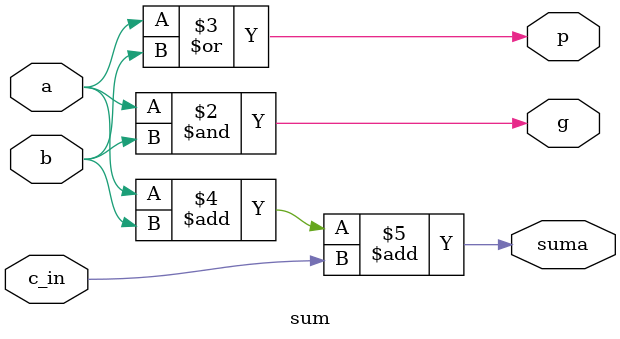
<source format=v>
module sum(
    input [0:0]a,
    input [0:0]b,
    input c_in,
    output reg [0:0]g,
    output reg [0:0]p,
    output reg suma
);

always@(a,b,c_in)
    begin
       g = a & b;
       p = a | b;
       suma = a + b + c_in;
    end

endmodule

</source>
